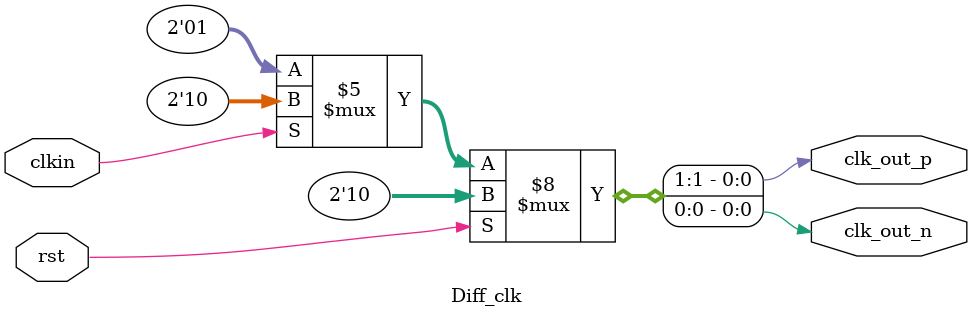
<source format=v>



//Diff_clk tb_u1(
//    .clkin(clk),
//    .rst(rst),
//    .clk_out_n(clk_n),
//    .clk_out_p(clk_p)
//);

//module Diff_clk(
//    input clkin,
//    input rst,
//    output reg clk_out_n,
//    output reg clk_out_p
//);
//    initial begin
//        clk_out_n<=1'b0;
//        clk_out_p<=1'b1;
//    end
//    always @(clkin) begin
//        if(rst) {clk_out_p,clk_out_n}<=2'b10;
//        else begin
//            clk_out_n<=~clk_out_n;
//            clk_out_p<=~clk_out_p;
//        end
//    end 
//endmodule
module Diff_clk(
    input clkin,
    input rst,
    output reg clk_out_n,
    output reg clk_out_p
);
    initial begin
        clk_out_n<=1'b0;
        clk_out_p<=1'b1;
    end
    always @(clkin) begin
        if(rst) {clk_out_p,clk_out_n}<=2'b10;
        else begin
          if(clkin==1'b1) {clk_out_p,clk_out_n}<=2'b10;
          else {clk_out_p,clk_out_n}<=2'b01;
        end
    end
endmodule


</source>
